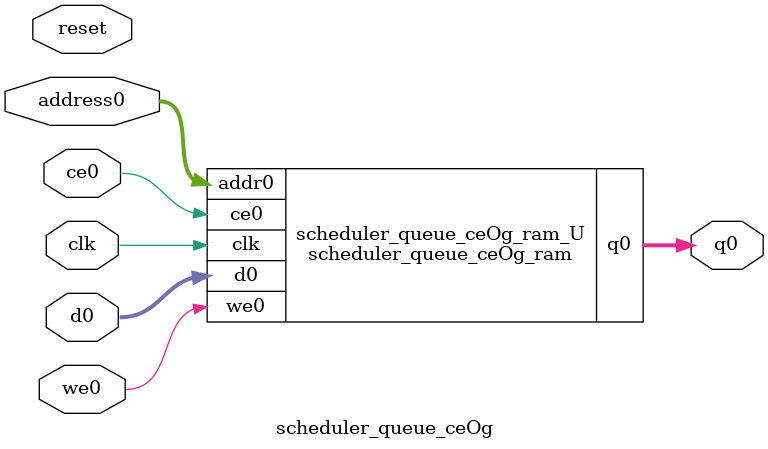
<source format=v>

`timescale 1 ns / 1 ps
module scheduler_queue_ceOg_ram (addr0, ce0, d0, we0, q0,  clk);

parameter DWIDTH = 32;
parameter AWIDTH = 9;
parameter MEM_SIZE = 320;

input[AWIDTH-1:0] addr0;
input ce0;
input[DWIDTH-1:0] d0;
input we0;
output reg[DWIDTH-1:0] q0;
input clk;

(* ram_style = "block" *)reg [DWIDTH-1:0] ram[0:MEM_SIZE-1];




always @(posedge clk)  
begin 
    if (ce0) 
    begin
        if (we0) 
        begin 
            ram[addr0] <= d0; 
            q0 <= d0;
        end 
        else 
            q0 <= ram[addr0];
    end
end


endmodule


`timescale 1 ns / 1 ps
module scheduler_queue_ceOg(
    reset,
    clk,
    address0,
    ce0,
    we0,
    d0,
    q0);

parameter DataWidth = 32'd32;
parameter AddressRange = 32'd320;
parameter AddressWidth = 32'd9;
input reset;
input clk;
input[AddressWidth - 1:0] address0;
input ce0;
input we0;
input[DataWidth - 1:0] d0;
output[DataWidth - 1:0] q0;



scheduler_queue_ceOg_ram scheduler_queue_ceOg_ram_U(
    .clk( clk ),
    .addr0( address0 ),
    .ce0( ce0 ),
    .d0( d0 ),
    .we0( we0 ),
    .q0( q0 ));

endmodule


</source>
